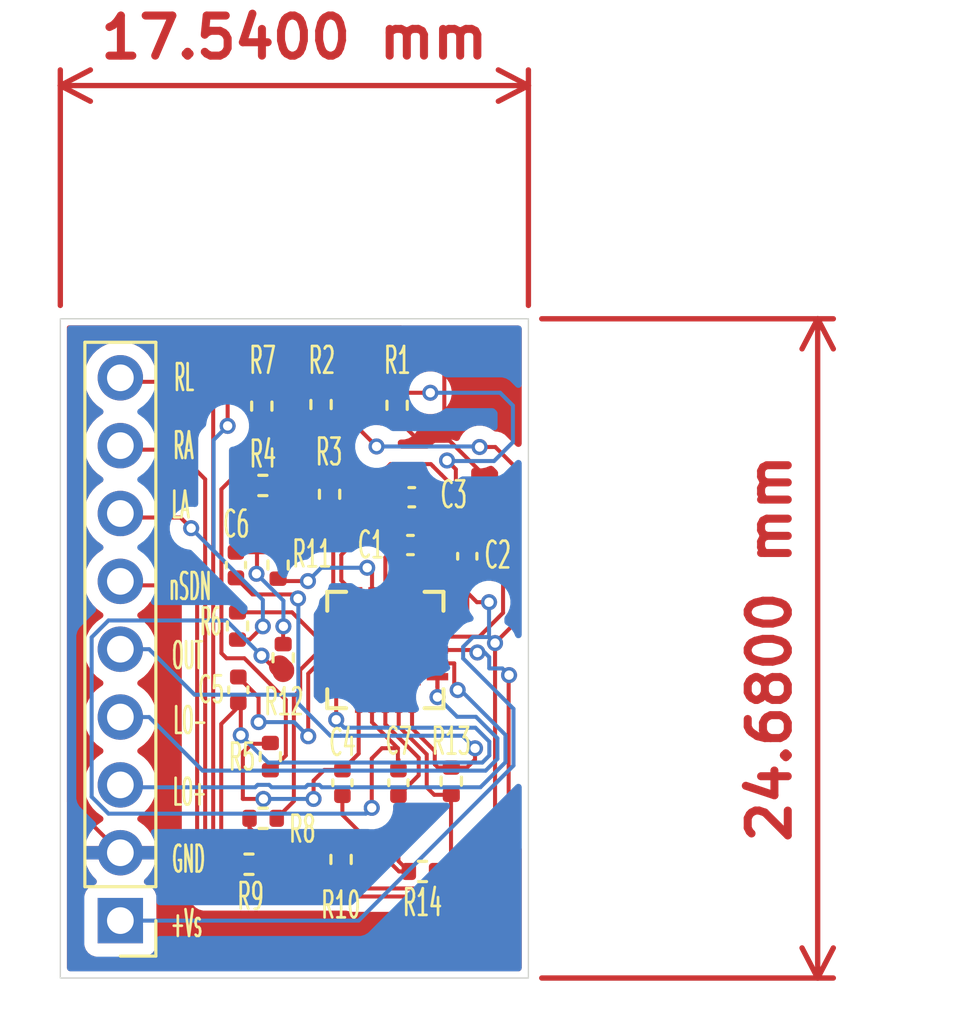
<source format=kicad_pcb>
(kicad_pcb (version 20241229) (generator "pcbnew") (generator_version "9.0")
  (layers (0 "F.Cu" signal) (2 "B.Cu" signal) (13 "F.Paste" user) (15 "B.Paste" user) (5 "F.SilkS" user "F.Silkscreen") (7 "B.SilkS" user "B.Silkscreen") (1 "F.Mask" user) (3 "B.Mask" user) (25 "Edge.Cuts" user))
  (net 0 "")
  (net 1 "GND")
  (net 2 "/REFIN")
  (net 3 "+Vs")
  (net 4 "/HPSENSE")
  (net 5 "/HPDRIVE")
  (net 6 "/REFOUT")
  (net 7 "/SW")
  (net 8 "/RLDFB")
  (net 9 "/RLD")
  (net 10 "Net-(C6-Pad2)")
  (net 11 "/OUT")
  (net 12 "/OPAMP+")
  (net 13 "/LO-")
  (net 14 "/nSDN")
  (net 15 "/+IN")
  (net 16 "/LO+")
  (net 17 "/OPAMP-")
  (net 18 "/IAOUT")
  (net 19 "/-IN")
  (net 20 "/RL")
  (net 21 "/LA")
  (net 22 "/RA")
  (net 23 "Net-(R3-Pad2)")
  (footprint "Capacitor_SMD:C_0402_1005Metric" (layer "F.Cu") (at 133.5 84.2 -90)
    (property "Reference" "C5" (at 0 1.02 180) (layer "F.SilkS") (effects (font (size 1 0.5) (thickness 0.1))))
    (property "Value" "1nF" (hide yes))
    (pad "1" smd roundrect (at -0.48 0 270) (size 0.56 0.62) (layers "F.Cu" "F.Mask" "F.Paste") (net 8 "/RLDFB"))
    (pad "2" smd roundrect (at 0.48 0 270) (size 0.56 0.62) (layers "F.Cu" "F.Mask" "F.Paste") (net 9 "/RLD"))
  )
  (footprint "Resistor_SMD:R_0402_1005Metric" (layer "F.Cu") (at 137.35 90.55 -90)
    (property "Reference" "R10" (at 1.71 0.01 180) (layer "F.SilkS") (effects (font (size 1 0.5) (thickness 0.1))))
    (property "Value" "10M" (hide yes))
    (pad "1" smd roundrect (at -0.51 0 270) (size 0.54 0.64) (layers "F.Cu" "F.Mask" "F.Paste") (net 22 "/RA"))
    (pad "2" smd roundrect (at 0.51 0 270) (size 0.54 0.64) (layers "F.Cu" "F.Mask" "F.Paste") (net 3 "+Vs"))
  )
  (footprint "Resistor_SMD:R_0402_1005Metric" (layer "F.Cu") (at 136.6 73.52 -90)
    (property "Reference" "R2" (at -1.65 -0.03 180) (layer "F.SilkS") (effects (font (size 1 0.5) (thickness 0.1))))
    (property "Value" "10M" (hide yes))
    (pad "1" smd roundrect (at -0.51 0 270) (size 0.54 0.64) (layers "F.Cu" "F.Mask" "F.Paste") (net 2 "/REFIN"))
    (pad "2" smd roundrect (at 0.51 0 270) (size 0.54 0.64) (layers "F.Cu" "F.Mask" "F.Paste") (net 3 "+Vs"))
  )
  (footprint "Capacitor_SMD:C_0402_1005Metric" (layer "F.Cu") (at 137.4 87.68 90)
    (property "Reference" "C4" (at 1.5 0 180) (layer "F.SilkS") (effects (font (size 1 0.5) (thickness 0.1))))
    (property "Value" "0.33uF" (hide yes))
    (pad "1" smd roundrect (at -0.48 0 90) (size 0.56 0.62) (layers "F.Cu" "F.Mask" "F.Paste") (net 6 "/REFOUT"))
    (pad "2" smd roundrect (at 0.48 0 90) (size 0.56 0.62) (layers "F.Cu" "F.Mask" "F.Paste") (net 7 "/SW"))
  )
  (footprint "Resistor_SMD:R_0402_1005Metric" (layer "F.Cu") (at 134.43 89.01 180)
    (property "Reference" "R8" (at -1.47 -0.41 0) (layer "F.SilkS") (effects (font (size 1 0.5) (thickness 0.1))))
    (property "Value" "180K" (hide yes))
    (pad "1" smd roundrect (at -0.51 0 180) (size 0.54 0.64) (layers "F.Cu" "F.Mask" "F.Paste") (net 19 "/-IN"))
    (pad "2" smd roundrect (at 0.51 0 180) (size 0.54 0.64) (layers "F.Cu" "F.Mask" "F.Paste") (net 22 "/RA"))
  )
  (footprint "Resistor_SMD:R_0402_1005Metric" (layer "F.Cu") (at 134.38 73.58 -90)
    (property "Reference" "R7" (at -1.71 -0.03 180) (layer "F.SilkS") (effects (font (size 1 0.5) (thickness 0.1) (bold yes))))
    (property "Value" "10M" (hide yes))
    (pad "1" smd roundrect (at -0.51 0 270) (size 0.54 0.64) (layers "F.Cu" "F.Mask" "F.Paste") (net 21 "/LA"))
    (pad "2" smd roundrect (at 0.51 0 270) (size 0.54 0.64) (layers "F.Cu" "F.Mask" "F.Paste") (net 3 "+Vs"))
  )
  (footprint "Resistor_SMD:R_0402_1005Metric" (layer "F.Cu") (at 134.7 86.7 90)
    (property "Reference" "R5" (at -0.02 -1.06 180) (layer "F.SilkS") (effects (font (size 1 0.5) (thickness 0.1))))
    (property "Value" "1.4M" (hide yes))
    (pad "1" smd roundrect (at -0.51 0 90) (size 0.54 0.64) (layers "F.Cu" "F.Mask" "F.Paste") (net 23 "Net-(R3-Pad2)"))
    (pad "2" smd roundrect (at 0.51 0 90) (size 0.54 0.64) (layers "F.Cu" "F.Mask" "F.Paste") (net 7 "/SW"))
  )
  (footprint "Capacitor_SMD:C_0402_1005Metric" (layer "F.Cu") (at 142.08 79.2 90)
    (property "Reference" "C2" (at 0.04 1.14 180) (layer "F.SilkS") (effects (font (size 1 0.5) (thickness 0.1))))
    (property "Value" "0.1uF" (hide yes))
    (pad "1" smd roundrect (at -0.48 0 90) (size 0.56 0.62) (layers "F.Cu" "F.Mask" "F.Paste") (net 3 "+Vs"))
    (pad "2" smd roundrect (at 0.48 0 90) (size 0.56 0.62) (layers "F.Cu" "F.Mask" "F.Paste") (net 1 "GND"))
  )
  (footprint "Resistor_SMD:R_0402_1005Metric" (layer "F.Cu") (at 136.92 76.88 90)
    (property "Reference" "R3" (at 1.58 -0.02 180) (layer "F.SilkS") (effects (font (size 1 0.5) (thickness 0.1))))
    (property "Value" "10M" (hide yes))
    (pad "1" smd roundrect (at -0.51 0 90) (size 0.54 0.64) (layers "F.Cu" "F.Mask" "F.Paste") (net 4 "/HPSENSE"))
    (pad "2" smd roundrect (at 0.51 0 90) (size 0.54 0.64) (layers "F.Cu" "F.Mask" "F.Paste") (net 23 "Net-(R3-Pad2)"))
  )
  (footprint "Connector_PinHeader_2.54mm:PinHeader_1x09_P2.54mm_Vertical" (layer "F.Cu") (at 129.08 92.84 180)
    (property "Reference" "J1" (hide yes))
    (property "Value" "Conn_01x09" (hide yes))
    (pad "1" thru_hole rect (at 0 0 180) (size 1.7 1.7) (drill 1) (layers "*.Cu" "*.Mask") (net 3 "+Vs"))
    (pad "2" thru_hole oval (at 0 2.54 180) (size 1.7 1.7) (drill 1) (layers "*.Cu" "*.Mask") (net 1 "GND"))
    (pad "3" thru_hole oval (at 0 5.08 180) (size 1.7 1.7) (drill 1) (layers "*.Cu" "*.Mask") (net 16 "/LO+"))
    (pad "4" thru_hole oval (at 0 7.62 180) (size 1.7 1.7) (drill 1) (layers "*.Cu" "*.Mask") (net 13 "/LO-"))
    (pad "5" thru_hole oval (at 0 10.16 180) (size 1.7 1.7) (drill 1) (layers "*.Cu" "*.Mask") (net 11 "/OUT"))
    (pad "6" thru_hole oval (at 0 12.7 180) (size 1.7 1.7) (drill 1) (layers "*.Cu" "*.Mask") (net 14 "/nSDN"))
    (pad "7" thru_hole oval (at 0 15.24 180) (size 1.7 1.7) (drill 1) (layers "*.Cu" "*.Mask") (net 21 "/LA"))
    (pad "8" thru_hole oval (at 0 17.78 180) (size 1.7 1.7) (drill 1) (layers "*.Cu" "*.Mask") (net 22 "/RA"))
    (pad "9" thru_hole oval (at 0 20.32 180) (size 1.7 1.7) (drill 1) (layers "*.Cu" "*.Mask") (net 20 "/RL"))
  )
  (footprint "Capacitor_SMD:C_0402_1005Metric" (layer "F.Cu") (at 133.41 79.53 90)
    (property "Reference" "C6" (at 1.53 0.01 180) (layer "F.SilkS") (effects (font (size 1 0.5) (thickness 0.1))))
    (property "Value" "1.5nF" (hide yes))
    (pad "1" smd roundrect (at -0.48 0 90) (size 0.56 0.62) (layers "F.Cu" "F.Mask" "F.Paste") (net 11 "/OUT"))
    (pad "2" smd roundrect (at 0.48 0 90) (size 0.56 0.62) (layers "F.Cu" "F.Mask" "F.Paste") (net 10 "Net-(C6-Pad2)"))
  )
  (footprint "Capacitor_SMD:C_0402_1005Metric" (layer "F.Cu") (at 139.95 78.78)
    (property "Reference" "C1" (at -1.48 0 180) (layer "F.SilkS") (effects (font (size 1 0.5) (thickness 0.1))))
    (property "Value" "0.1uF" (hide yes))
    (pad "1" smd roundrect (at -0.48 0) (size 0.56 0.62) (layers "F.Cu" "F.Mask" "F.Paste") (net 2 "/REFIN"))
    (pad "2" smd roundrect (at 0.48 0) (size 0.56 0.62) (layers "F.Cu" "F.Mask" "F.Paste") (net 1 "GND"))
  )
  (footprint "Resistor_SMD:R_0402_1005Metric" (layer "F.Cu") (at 133.47 81.81 90)
    (property "Reference" "R6" (at 0.15 -1 180) (layer "F.SilkS") (effects (font (size 1 0.4) (thickness 0.1))))
    (property "Value" "180K" (hide yes))
    (pad "1" smd roundrect (at -0.51 0 90) (size 0.54 0.64) (layers "F.Cu" "F.Mask" "F.Paste") (net 21 "/LA"))
    (pad "2" smd roundrect (at 0.51 0 90) (size 0.54 0.64) (layers "F.Cu" "F.Mask" "F.Paste") (net 15 "/+IN"))
  )
  (footprint "Resistor_SMD:R_0402_1005Metric" (layer "F.Cu") (at 134.42 76.55)
    (property "Reference" "R4" (at 0 -1.17 0) (layer "F.SilkS") (effects (font (size 1 0.5) (thickness 0.1))))
    (property "Value" "10M" (hide yes))
    (pad "1" smd roundrect (at -0.51 0) (size 0.54 0.64) (layers "F.Cu" "F.Mask" "F.Paste") (net 18 "/IAOUT"))
    (pad "2" smd roundrect (at 0.51 0) (size 0.54 0.64) (layers "F.Cu" "F.Mask" "F.Paste") (net 23 "Net-(R3-Pad2)"))
  )
  (footprint "Resistor_SMD:R_0402_1005Metric" (layer "F.Cu") (at 135.18 83 -90)
    (property "Reference" "R12" (at 1.65 -0.03 180) (layer "F.SilkS") (effects (font (size 1 0.5) (thickness 0.1))))
    (property "Value" "1M" (hide yes))
    (pad "1" smd roundrect (at -0.51 0 270) (size 0.54 0.64) (layers "F.Cu" "F.Mask" "F.Paste") (net 10 "Net-(C6-Pad2)"))
    (pad "2" smd roundrect (at 0.51 0 270) (size 0.54 0.64) (layers "F.Cu" "F.Mask" "F.Paste") (net 12 "/OPAMP+"))
  )
  (footprint "Resistor_SMD:R_0402_1005Metric" (layer "F.Cu") (at 139.45 73.55 -90)
    (property "Reference" "R1" (at -1.68 -0.01 180) (layer "F.SilkS") (effects (font (size 1 0.5) (thickness 0.1))))
    (property "Value" "10M" (hide yes))
    (pad "1" smd roundrect (at -0.51 0 270) (size 0.54 0.64) (layers "F.Cu" "F.Mask" "F.Paste") (net 2 "/REFIN"))
    (pad "2" smd roundrect (at 0.51 0 270) (size 0.54 0.64) (layers "F.Cu" "F.Mask" "F.Paste") (net 1 "GND"))
  )
  (footprint "Capacitor_SMD:C_0402_1005Metric" (layer "F.Cu") (at 139.5 87.68 90)
    (property "Reference" "C7" (at 1.55 0.01 180) (layer "F.SilkS") (effects (font (size 1 0.5) (thickness 0.1))))
    (property "Value" "10nF" (hide yes))
    (pad "1" smd roundrect (at -0.48 0 90) (size 0.56 0.62) (layers "F.Cu" "F.Mask" "F.Paste") (net 6 "/REFOUT"))
    (pad "2" smd roundrect (at 0.48 0 90) (size 0.56 0.62) (layers "F.Cu" "F.Mask" "F.Paste") (net 12 "/OPAMP+"))
  )
  (footprint "Resistor_SMD:R_0402_1005Metric" (layer "F.Cu") (at 133.9 90.73)
    (property "Reference" "R9" (at 0.06 1.21 0) (layer "F.SilkS") (effects (font (size 1 0.5) (thickness 0.1))))
    (property "Value" "360K" (hide yes))
    (pad "1" smd roundrect (at -0.51 0) (size 0.54 0.64) (layers "F.Cu" "F.Mask" "F.Paste") (net 20 "/RL"))
    (pad "2" smd roundrect (at 0.51 0) (size 0.54 0.64) (layers "F.Cu" "F.Mask" "F.Paste") (net 9 "/RLD"))
  )
  (footprint "Resistor_SMD:R_0402_1005Metric" (layer "F.Cu") (at 140.4 91)
    (property "Reference" "R14" (at 0 1.17 0) (layer "F.SilkS") (effects (font (size 1 0.5) (thickness 0.1))))
    (property "Value" "100K" (hide yes))
    (pad "1" smd roundrect (at -0.51 0) (size 0.54 0.64) (layers "F.Cu" "F.Mask" "F.Paste") (net 6 "/REFOUT"))
    (pad "2" smd roundrect (at 0.51 0) (size 0.54 0.64) (layers "F.Cu" "F.Mask" "F.Paste") (net 17 "/OPAMP-"))
  )
  (footprint "Resistor_SMD:R_0402_1005Metric" (layer "F.Cu") (at 141.48 87.62 90)
    (property "Reference" "R13" (at 1.49 0 0) (layer "F.SilkS") (effects (font (size 1 0.5) (thickness 0.1))))
    (property "Value" "1M" (hide yes))
    (pad "1" smd roundrect (at -0.51 0 90) (size 0.54 0.64) (layers "F.Cu" "F.Mask" "F.Paste") (net 17 "/OPAMP-"))
    (pad "2" smd roundrect (at 0.51 0 90) (size 0.54 0.64) (layers "F.Cu" "F.Mask" "F.Paste") (net 11 "/OUT"))
  )
  (footprint "Capacitor_SMD:C_0402_1005Metric" (layer "F.Cu") (at 140 76.99)
    (property "Reference" "C3" (at 1.57 -0.09 0) (layer "F.SilkS") (effects (font (size 1 0.5) (thickness 0.1))))
    (property "Value" "0.33uF" (hide yes))
    (pad "1" smd roundrect (at -0.48 0) (size 0.56 0.62) (layers "F.Cu" "F.Mask" "F.Paste") (net 4 "/HPSENSE"))
    (pad "2" smd roundrect (at 0.48 0) (size 0.56 0.62) (layers "F.Cu" "F.Mask" "F.Paste") (net 5 "/HPDRIVE"))
  )
  (footprint "Resistor_SMD:R_0402_1005Metric" (layer "F.Cu") (at 134.99 79.53 90)
    (property "Reference" "R11" (at 0.41 1.27 180) (layer "F.SilkS") (effects (font (size 1 0.5) (thickness 0.1))))
    (property "Value" "1M" (hide yes))
    (pad "1" smd roundrect (at -0.51 0 90) (size 0.54 0.64) (layers "F.Cu" "F.Mask" "F.Paste") (net 18 "/IAOUT"))
    (pad "2" smd roundrect (at 0.51 0 90) (size 0.54 0.64) (layers "F.Cu" "F.Mask" "F.Paste") (net 10 "Net-(C6-Pad2)"))
  )
  (footprint "myLibrary:CP_20_10_ADI" (layer "F.Cu") (at 139.01 82.71 90)
    (property "Reference" "IC1" (hide yes))
    (property "Value" "AD8232ACPZ-R7" (hide yes))
    (pad "1" smd rect (at 1.000001 -1.952399 90) (size 0.2746 0.8048) (layers "F.Cu" "F.Mask" "F.Paste") (net 5 "/HPDRIVE"))
    (pad "2" smd rect (at 0.499999 -1.952399 90) (size 0.2746 0.8048) (layers "F.Cu" "F.Mask" "F.Paste") (net 15 "/+IN"))
    (pad "3" smd rect (at 0 -1.952399 90) (size 0.2746 0.8048) (layers "F.Cu" "F.Mask" "F.Paste") (net 19 "/-IN"))
    (pad "4" smd rect (at -0.499999 -1.952399 90) (size 0.2746 0.8048) (layers "F.Cu" "F.Mask" "F.Paste") (net 8 "/RLDFB"))
    (pad "5" smd rect (at -1.000001 -1.952399 90) (size 0.2746 0.8048) (layers "F.Cu" "F.Mask" "F.Paste") (net 9 "/RLD"))
    (pad "6" smd rect (at -1.952399 -1.000001 180) (size 0.2746 0.8048) (layers "F.Cu" "F.Mask" "F.Paste") (net 7 "/SW"))
    (pad "7" smd rect (at -1.952399 -0.499999 180) (size 0.2746 0.8048) (layers "F.Cu" "F.Mask" "F.Paste") (net 12 "/OPAMP+"))
    (pad "8" smd rect (at -1.952399 0 180) (size 0.2746 0.8048) (layers "F.Cu" "F.Mask" "F.Paste") (net 6 "/REFOUT"))
    (pad "9" smd rect (at -1.952399 0.499999 180) (size 0.2746 0.8048) (layers "F.Cu" "F.Mask" "F.Paste") (net 17 "/OPAMP-"))
    (pad "10" smd rect (at -1.952399 1.000001 180) (size 0.2746 0.8048) (layers "F.Cu" "F.Mask" "F.Paste") (net 11 "/OUT"))
    (pad "11" smd rect (at -1.000001 1.952399 90) (size 0.2746 0.8048) (layers "F.Cu" "F.Mask" "F.Paste") (net 13 "/LO-"))
    (pad "12" smd rect (at -0.499999 1.952399 90) (size 0.2746 0.8048) (layers "F.Cu" "F.Mask" "F.Paste") (net 16 "/LO+"))
    (pad "13" smd rect (at 0 1.952399 90) (size 0.2746 0.8048) (layers "F.Cu" "F.Mask" "F.Paste") (net 14 "/nSDN"))
    (pad "14" smd rect (at 0.499999 1.952399 90) (size 0.2746 0.8048) (layers "F.Cu" "F.Mask" "F.Paste") (net 1 "GND"))
    (pad "15" smd rect (at 1.000001 1.952399 90) (size 0.2746 0.8048) (layers "F.Cu" "F.Mask" "F.Paste") (net 3 "+Vs"))
    (pad "16" smd rect (at 1.952399 1.000001 180) (size 0.2746 0.8048) (layers "F.Cu" "F.Mask" "F.Paste") (net 1 "GND"))
    (pad "17" smd rect (at 1.952399 0.499999 180) (size 0.2746 0.8048) (layers "F.Cu" "F.Mask" "F.Paste") (net 3 "+Vs"))
    (pad "18" smd rect (at 1.952399 0 180) (size 0.2746 0.8048) (layers "F.Cu" "F.Mask" "F.Paste") (net 2 "/REFIN"))
    (pad "19" smd rect (at 1.952399 -0.499999 180) (size 0.2746 0.8048) (layers "F.Cu" "F.Mask" "F.Paste") (net 18 "/IAOUT"))
    (pad "20" smd rect (at 1.952399 -1.000001 180) (size 0.2746 0.8048) (layers "F.Cu" "F.Mask" "F.Paste") (net 4 "/HPSENSE"))
    (pad "21" smd rect (at 0 0 90) (size 2.65 2.65) (layers "F.Cu" "F.Mask" "F.Paste") (net 1 "GND"))
  )
  (gr_rect (start 126.83 70.31) (end 144.37 94.99) (stroke (width 0.05)) (fill no) (layer "Edge.Cuts"))
  (gr_text "LO+" (at 130.99 88.62 0) (layer "F.SilkS") (effects (font (size 1 0.4) (thickness 0.1) (bold yes)) (justify left bottom)))
  (gr_text "+Vs\n" (at 130.92 93.54 0) (layer "F.SilkS") (effects (font (size 1 0.4) (thickness 0.1) (bold yes)) (justify left bottom)))
  (gr_text "RL" (at 131.04 73.1 0) (layer "F.SilkS") (effects (font (size 1 0.4) (thickness 0.1) (bold yes)) (justify left bottom)))
  (gr_text "RA" (at 131.01 75.65 0) (layer "F.SilkS") (effects (font (size 1 0.4) (thickness 0.1) (bold yes)) (justify left bottom)))
  (gr_text "nSDN\n" (at 130.85 80.92 0) (layer "F.SilkS") (effects (font (size 1 0.4) (thickness 0.1) (bold yes)) (justify left bottom)))
  (gr_text "GND" (at 130.96 91.13 0) (layer "F.SilkS") (effects (font (size 1 0.4) (thickness 0.1) (bold yes)) (justify left bottom)))
  (gr_text "OUT" (at 130.96 83.51 0) (layer "F.SilkS") (effects (font (size 1 0.4) (thickness 0.1) (bold yes)) (justify left bottom)))
  (gr_text "LO-" (at 131.01 85.94 0) (layer "F.SilkS") (effects (font (size 1 0.4) (thickness 0.1) (bold yes)) (justify left bottom)))
  (gr_text "LA\n" (at 130.94 77.87 0) (layer "F.SilkS") (effects (font (size 1 0.4) (thickness 0.1) (bold yes)) (justify left bottom)))
  (dimension (type orthogonal) (layer "F.Cu") (pts (xy 144.37 70.31) (xy 144.37 94.99)) (height 10.84) (orientation 1) (format (prefix "") (suffix "") (units 3) (units_format 1) (precision 4)) (style (thickness 0.2) (arrow_length 1.27) (text_position_mode 0) (arrow_direction outward) (extension_height 0.58642) (extension_offset 0.5) (keep_text_aligned yes)) (gr_text "24.6800 mm" (at 153.41 82.65 90) (layer "F.Cu") (effects (font (size 1.5 1.5) (thickness 0.3)))))
  (dimension (type orthogonal) (layer "F.Cu") (pts (xy 144.37 70.31) (xy 126.83 70.31)) (height -8.73) (orientation 0) (format (prefix "") (suffix "") (units 3) (units_format 1) (precision 4)) (style (thickness 0.2) (arrow_length 1.27) (text_position_mode 0) (arrow_direction outward) (extension_height 0.58642) (extension_offset 0.5) (keep_text_aligned yes)) (gr_text "17.5400 mm" (at 135.6 59.78 0) (layer "F.Cu") (effects (font (size 1.5 1.5) (thickness 0.3)))))
  (segment (start 142.66 76.12) (end 142.66 78.14) (width 0.15) (layer "F.Cu") (net 1))
  (segment (start 139.586 70.636) (end 141.22 72.27) (width 0.15) (layer "F.Cu") (net 1))
  (segment (start 142.08 78.72) (end 140.49 78.72) (width 0.15) (layer "F.Cu") (net 1))
  (segment (start 139.45 74.06) (end 139.889 74.4989) (width 0.15) (layer "F.Cu") (net 1))
  (segment (start 141.22 74.875) (end 140.265 74.875) (width 0.15) (layer "F.Cu") (net 1))
  (segment (start 139.51 82.21) (end 140.9624 82.21) (width 0.15) (layer "F.Cu") (net 1))
  (segment (start 143.42 79.41) (end 142.73 78.72) (width 0.15) (layer "F.Cu") (net 1))
  (segment (start 141.22 74.875) (end 141.415 74.875) (width 0.15) (layer "F.Cu") (net 1))
  (segment (start 142.53 82.21) (end 143.42 81.32) (width 0.15) (layer "F.Cu") (net 1))
  (segment (start 140.01 81.71) (end 139.51 82.21) (width 0.15) (layer "F.Cu") (net 1))
  (segment (start 141.415 74.875) (end 142.66 76.12) (width 0.15) (layer "F.Cu") (net 1))
  (segment (start 139.889 74.4989) (end 140.265 74.875) (width 0.15) (layer "F.Cu") (net 1))
  (segment (start 140.9624 82.21) (end 142.53 82.21) (width 0.15) (layer "F.Cu") (net 1))
  (segment (start 143.42 81.32) (end 143.42 79.41) (width 0.15) (layer "F.Cu") (net 1))
  (segment (start 142.66 78.14) (end 142.08 78.72) (width 0.15) (layer "F.Cu") (net 1))
  (segment (start 140.49 78.72) (end 140.43 78.78) (width 0.15) (layer "F.Cu") (net 1))
  (segment (start 140.01 80.7576) (end 140.01 81.71) (width 0.15) (layer "F.Cu") (net 1))
  (segment (start 127.156 88.376) (end 127.156 70.636) (width 0.15) (layer "F.Cu") (net 1))
  (segment (start 142.73 78.72) (end 142.08 78.72) (width 0.15) (layer "F.Cu") (net 1))
  (segment (start 127.156 70.636) (end 139.586 70.636) (width 0.15) (layer "F.Cu") (net 1))
  (segment (start 129.08 90.3) (end 127.156 88.376) (width 0.15) (layer "F.Cu") (net 1))
  (segment (start 139.51 82.21) (end 139.26 82.46) (width 0.15) (layer "F.Cu") (net 1))
  (segment (start 139.26 82.46) (end 139.01 82.71) (width 0.15) (layer "F.Cu") (net 1))
  (segment (start 139.01 82.71) (end 139.26 82.46) (width 0.15) (layer "F.Cu") (net 1))
  (segment (start 139.26 82.46) (end 139.51 82.21) (width 0.15) (layer "F.Cu") (net 1))
  (segment (start 141.22 72.27) (end 141.22 74.875) (width 0.15) (layer "F.Cu") (net 1))
  (segment (start 140.265 74.875) (end 141.22 74.875) (width 0.15) (layer "F.Cu") (net 1))
  (segment (start 139.47 78.78) (end 140.099 78.151) (width 0.15) (layer "F.Cu") (net 2))
  (segment (start 140.099 78.151) (end 141.475 78.151) (width 0.15) (layer "F.Cu") (net 2))
  (segment (start 141.651 77.9747) (end 141.651 75.9445) (width 0.15) (layer "F.Cu") (net 2))
  (segment (start 140.695 73.08) (end 139.49 73.08) (width 0.15) (layer "F.Cu") (net 2))
  (segment (start 141.475 78.151) (end 141.651 77.9747) (width 0.15) (layer "F.Cu") (net 2))
  (segment (start 136.6 73.01) (end 139.42 73.01) (width 0.15) (layer "F.Cu") (net 2))
  (segment (start 139.01 79.24) (end 139.01 80.7576) (width 0.15) (layer "F.Cu") (net 2))
  (segment (start 139.47 78.78) (end 139.01 79.24) (width 0.15) (layer "F.Cu") (net 2))
  (segment (start 139.42 73.01) (end 139.45 73.04) (width 0.15) (layer "F.Cu") (net 2))
  (segment (start 139.49 73.08) (end 139.45 73.04) (width 0.15) (layer "F.Cu") (net 2))
  (segment (start 141.651 75.9445) (end 141.321 75.615) (width 0.15) (layer "F.Cu") (net 2))
  (via (at 141.321 75.615) (size 0.6) (drill 0.35) (layers "F.Cu" "B.Cu") (net 2))
  (via (at 140.695 73.08) (size 0.6) (drill 0.35) (layers "F.Cu" "B.Cu") (net 2))
  (segment (start 143.79 74.93) (end 143.79 73.56) (width 0.15) (layer "B.Cu") (net 2))
  (segment (start 141.321 75.615) (end 141.342 75.636) (width 0.15) (layer "B.Cu") (net 2))
  (segment (start 143.31 73.08) (end 140.695 73.08) (width 0.15) (layer "B.Cu") (net 2))
  (segment (start 143.084 75.636) (end 143.79 74.93) (width 0.15) (layer "B.Cu") (net 2))
  (segment (start 141.342 75.636) (end 143.084 75.636) (width 0.15) (layer "B.Cu") (net 2))
  (segment (start 143.79 73.56) (end 143.31 73.08) (width 0.15) (layer "B.Cu") (net 2))
  (segment (start 137.62 74.03) (end 138.68 75.09) (width 0.15) (layer "F.Cu") (net 3))
  (segment (start 143.13 75.11) (end 143.81 75.79) (width 0.15) (layer "F.Cu") (net 3))
  (segment (start 141.107 91.6371) (end 143.12 89.6243) (width 0.15) (layer "F.Cu") (net 3))
  (segment (start 139.51 79.84) (end 139.51 80.7576) (width 0.15) (layer "F.Cu") (net 3))
  (segment (start 137.35 91.06) (end 137.927 91.6371) (width 0.15) (layer "F.Cu") (net 3))
  (segment (start 142.08 79.68) (end 142.08 80.3) (width 0.15) (layer "F.Cu") (net 3))
  (segment (start 142.08 80.3) (end 142.08 80.56) (width 0.15) (layer "F.Cu") (net 3))
  (segment (start 143.81 81.76) (end 143.12 82.45) (width 0.15) (layer "F.Cu") (net 3))
  (segment (start 142.895 80.92) (end 142.44 80.92) (width 0.15) (layer "F.Cu") (net 3))
  (segment (start 142.08 81.51) (end 141.88 81.71) (width 0.15) (layer "F.Cu") (net 3))
  (segment (start 137.927 91.6371) (end 141.107 91.6371) (width 0.15) (layer "F.Cu") (net 3))
  (segment (start 141.88 81.71) (end 140.9624 81.71) (width 0.15) (layer "F.Cu") (net 3))
  (segment (start 142.08 80.56) (end 142.08 81.51) (width 0.15) (layer "F.Cu") (net 3))
  (segment (start 142.54 75.11) (end 143.13 75.11) (width 0.15) (layer "F.Cu") (net 3))
  (segment (start 142.08 80.3) (end 141.71 80.3) (width 0.15) (layer "F.Cu") (net 3))
  (segment (start 134.44 74.03) (end 134.38 74.09) (width 0.15) (layer "F.Cu") (net 3))
  (segment (start 141.71 80.3) (end 141.19 79.78) (width 0.15) (layer "F.Cu") (net 3))
  (segment (start 139.57 79.78) (end 139.51 79.84) (width 0.15) (layer "F.Cu") (net 3))
  (segment (start 140.9624 81.71) (end 140.962 81.71) (width 0.15) (layer "F.Cu") (net 3))
  (segment (start 142.44 80.92) (end 142.08 80.56) (width 0.15) (layer "F.Cu") (net 3))
  (segment (start 143.12 89.6243) (end 143.12 82.45) (width 0.15) (layer "F.Cu") (net 3))
  (segment (start 141.19 79.78) (end 139.57 79.78) (width 0.15) (layer "F.Cu") (net 3))
  (segment (start 136.6 74.03) (end 134.44 74.03) (width 0.15) (layer "F.Cu") (net 3))
  (segment (start 143.81 75.79) (end 143.81 81.76) (width 0.15) (layer "F.Cu") (net 3))
  (segment (start 136.6 74.03) (end 137.62 74.03) (width 0.15) (layer "F.Cu") (net 3))
  (via (at 143.12 82.45) (size 0.6) (drill 0.35) (layers "F.Cu" "B.Cu") (net 3))
  (via (at 142.895 80.92) (size 0.6) (drill 0.35) (layers "F.Cu" "B.Cu") (net 3))
  (via (at 138.68 75.09) (size 0.6) (drill 0.35) (layers "F.Cu" "B.Cu") (net 3))
  (via (at 142.54 75.11) (size 0.6) (drill 0.35) (layers "F.Cu" "B.Cu") (net 3))
  (segment (start 138.68 75.09) (end 142.52 75.09) (width 0.15) (layer "B.Cu") (net 3))
  (segment (start 143.811 84.9129) (end 141.925 83.0267) (width 0.15) (layer "B.Cu") (net 3))
  (segment (start 143.12 82.45) (end 142.895 82.225) (width 0.15) (layer "B.Cu") (net 3))
  (segment (start 141.925 83.0267) (end 141.925 82.5914) (width 0.15) (layer "B.Cu") (net 3))
  (segment (start 142.52 75.09) (end 142.54 75.11) (width 0.15) (layer "B.Cu") (net 3))
  (segment (start 129.08 92.84) (end 138.007 92.84) (width 0.15) (layer "B.Cu") (net 3))
  (segment (start 142.291 82.225) (end 142.895 82.225) (width 0.15) (layer "B.Cu") (net 3))
  (segment (start 138.007 92.84) (end 143.811 87.036) (width 0.15) (layer "B.Cu") (net 3))
  (segment (start 141.925 82.5914) (end 142.291 82.225) (width 0.15) (layer "B.Cu") (net 3))
  (segment (start 142.895 82.225) (end 142.895 80.92) (width 0.15) (layer "B.Cu") (net 3))
  (segment (start 143.811 87.036) (end 143.811 84.9129) (width 0.15) (layer "B.Cu") (net 3))
  (segment (start 138.945 77.565) (end 138.945 77.675) (width 0.15) (layer "F.Cu") (net 4))
  (segment (start 139.2 75.75) (end 137.48 77.47) (width 0.15) (layer "F.Cu") (net 4))
  (segment (start 139.52 76.99) (end 138.945 77.565) (width 0.15) (layer "F.Cu") (net 4))
  (segment (start 137.359 79.1514) (end 137.359 80.1066) (width 0.15) (layer "F.Cu") (net 4))
  (segment (start 137.359 80.1066) (end 138.01 80.7576) (width 0.15) (layer "F.Cu") (net 4))
  (segment (start 141.1053 76.141) (end 141.103123 76.141) (width 0.15) (layer "F.Cu") (net 4))
  (segment (start 137.48 77.47) (end 136.99 77.47) (width 0.15) (layer "F.Cu") (net 4))
  (segment (start 140.795 75.832877) (end 140.795 75.8307) (width 0.15) (layer "F.Cu") (net 4))
  (segment (start 140.795 75.8307) (end 140.7143 75.75) (width 0.15) (layer "F.Cu") (net 4))
  (segment (start 138.945 77.675) (end 139.12 77.85) (width 0.15) (layer "F.Cu") (net 4))
  (segment (start 140.7143 75.75) (end 139.2 75.75) (width 0.15) (layer "F.Cu") (net 4))
  (segment (start 138.945 77.565) (end 138.619 77.8909) (width 0.15) (layer "F.Cu") (net 4))
  (segment (start 141.35 77.85) (end 141.35 76.3857) (width 0.15) (layer "F.Cu") (net 4))
  (segment (start 141.35 76.3857) (end 141.1053 76.141) (width 0.15) (layer "F.Cu") (net 4))
  (segment (start 138.619 77.8909) (end 137.359 79.1514) (width 0.15) (layer "F.Cu") (net 4))
  (segment (start 139.12 77.85) (end 141.35 77.85) (width 0.15) (layer "F.Cu") (net 4))
  (segment (start 141.103123 76.141) (end 140.795 75.832877) (width 0.15) (layer "F.Cu") (net 4))
  (segment (start 137.057601 78.318075) (end 137.057601 81.709999) (width 0.15) (layer "F.Cu") (net 5))
  (segment (start 140.231 76.051) (end 139.324676 76.051) (width 0.15) (layer "F.Cu") (net 5))
  (segment (start 139.324676 76.051) (end 137.057601 78.318075) (width 0.15) (layer "F.Cu") (net 5))
  (segment (start 140.48 76.3) (end 140.231 76.051) (width 0.15) (layer "F.Cu") (net 5))
  (segment (start 140.48 76.99) (end 140.48 76.3) (width 0.15) (layer "F.Cu") (net 5))
  (segment (start 137.0576 81.71) (end 137.057601 81.709999) (width 0.15) (layer "F.Cu") (net 5))
  (segment (start 139.52 91) (end 139.89 91) (width 0.15) (layer "F.Cu") (net 6))
  (segment (start 139.01 85.4914) (end 139.01 84.6624) (width 0.15) (layer "F.Cu") (net 6))
  (segment (start 137.4 88.16) (end 137.4 88.88) (width 0.15) (layer "F.Cu") (net 6))
  (segment (start 139.5 88.16) (end 139.5 90.61) (width 0.15) (layer "F.Cu") (net 6))
  (segment (start 140.259 86.7404) (end 139.01 85.4914) (width 0.15) (layer "F.Cu") (net 6))
  (segment (start 139.5 90.61) (end 139.89 91) (width 0.15) (layer "F.Cu") (net 6))
  (segment (start 139.5 88.16) (end 140.259 87.401) (width 0.15) (layer "F.Cu") (net 6))
  (segment (start 140.259 87.401) (end 140.259 86.7404) (width 0.15) (layer "F.Cu") (net 6))
  (segment (start 137.4 88.88) (end 139.52 91) (width 0.15) (layer "F.Cu") (net 6))
  (segment (start 136.32 87.6) (end 136.72 87.2) (width 0.15) (layer "F.Cu") (net 7))
  (segment (start 133.67 88.285) (end 133.67 86.54) (width 0.15) (layer "F.Cu") (net 7))
  (segment (start 134.019 86.22) (end 134.67 86.22) (width 0.15) (layer "F.Cu") (net 7))
  (segment (start 134.67 86.22) (end 134.7 86.19) (width 0.15) (layer "F.Cu") (net 7))
  (segment (start 133.811 86.4279) (end 134.019 86.22) (width 0.15) (layer "F.Cu") (net 7))
  (segment (start 136.32 88.285) (end 136.32 87.6) (width 0.15) (layer "F.Cu") (net 7))
  (segment (start 133.782 86.4279) (end 133.811 86.4279) (width 0.15) (layer "F.Cu") (net 7))
  (segment (start 134.44 88.285) (end 133.67 88.285) (width 0.15) (layer "F.Cu") (net 7))
  (segment (start 138.009999 86.590001) (end 138.009999 84.662399) (width 0.15) (layer "F.Cu") (net 7))
  (segment (start 137.4 87.2) (end 138.009999 86.590001) (width 0.15) (layer "F.Cu") (net 7))
  (segment (start 133.67 86.54) (end 133.782 86.4279) (width 0.15) (layer "F.Cu") (net 7))
  (segment (start 136.72 87.2) (end 137.4 87.2) (width 0.15) (layer "F.Cu") (net 7))
  (segment (start 134.67 86.22) (end 134.7 86.22) (width 0.15) (layer "F.Cu") (net 7))
  (via (at 134.44 88.285) (size 0.6) (drill 0.35) (layers "F.Cu" "B.Cu") (net 7))
  (via (at 136.32 88.285) (size 0.6) (drill 0.35) (layers "F.Cu" "B.Cu") (net 7))
  (segment (start 134.44 88.285) (end 136.32 88.285) (width 0.15) (layer "B.Cu") (net 7))
  (segment (start 136.505 83.21) (end 136.12 83.5952) (width 0.15) (layer "F.Cu") (net 8))
  (segment (start 137.058 83.21) (end 137.0576 83.21) (width 0.15) (layer "F.Cu") (net 8))
  (segment (start 134.26 84.48) (end 133.5 83.72) (width 0.15) (layer "F.Cu") (net 8))
  (segment (start 137.0576 83.21) (end 136.505 83.21) (width 0.15) (layer "F.Cu") (net 8))
  (segment (start 136.12 83.5952) (end 136.12 85.94) (width 0.15) (layer "F.Cu") (net 8))
  (segment (start 134.26 85.41) (end 134.26 84.48) (width 0.15) (layer "F.Cu") (net 8))
  (via (at 134.26 85.41) (size 0.6) (drill 0.35) (layers "F.Cu" "B.Cu") (net 8))
  (via (at 136.12 85.94) (size 0.6) (drill 0.35) (layers "F.Cu" "B.Cu") (net 8))
  (segment (start 135.59 85.41) (end 134.26 85.41) (width 0.15) (layer "B.Cu") (net 8))
  (segment (start 136.12 85.94) (end 135.59 85.41) (width 0.15) (layer "B.Cu") (net 8))
  (segment (start 133.593 84.9332) (end 133.5 84.84) (width 0.15) (layer "F.Cu") (net 9))
  (segment (start 137.168 85.32) (end 137.168 83.8208) (width 0.15) (layer "F.Cu") (net 9))
  (segment (start 133.593 85.9019) (end 133.593 84.9332) (width 0.15) (layer "F.Cu") (net 9))
  (segment (start 132.86 89.95) (end 132.86 85.48) (width 0.15) (layer "F.Cu") (net 9))
  (segment (start 137.113 83.7654) (end 137.058 83.71) (width 0.15) (layer "F.Cu") (net 9))
  (segment (start 137.168 83.8208) (end 137.113 83.7654) (width 0.15) (layer "F.Cu") (net 9))
  (segment (start 133.5 84.84) (end 133.5 84.68) (width 0.15) (layer "F.Cu") (net 9))
  (segment (start 134.41 90.73) (end 133.63 89.95) (width 0.15) (layer "F.Cu") (net 9))
  (segment (start 132.86 85.48) (end 133.5 84.84) (width 0.15) (layer "F.Cu") (net 9))
  (segment (start 137.113 83.7654) (end 137.0576 83.71) (width 0.15) (layer "F.Cu") (net 9))
  (segment (start 133.63 89.95) (end 132.86 89.95) (width 0.15) (layer "F.Cu") (net 9))
  (via (at 137.168 85.32) (size 0.6) (drill 0.35) (layers "F.Cu" "B.Cu") (net 9))
  (via (at 133.593 85.9019) (size 0.6) (drill 0.35) (layers "F.Cu" "B.Cu") (net 9))
  (segment (start 137.466 85.6178) (end 142.384 85.6178) (width 0.15) (layer "B.Cu") (net 9))
  (segment (start 142.906 86.661) (end 142.6437 86.9233) (width 0.15) (layer "B.Cu") (net 9))
  (segment (start 137.168 85.32) (end 137.466 85.6178) (width 0.15) (layer "B.Cu") (net 9))
  (segment (start 142.384 85.6178) (end 142.906 86.1396) (width 0.15) (layer "B.Cu") (net 9))
  (segment (start 142.6437 86.9233) (end 134.6144 86.9233) (width 0.15) (layer "B.Cu") (net 9))
  (segment (start 142.906 86.1396) (end 142.906 86.661) (width 0.15) (layer "B.Cu") (net 9))
  (segment (start 134.6144 86.9233) (end 133.593 85.9019) (width 0.15) (layer "B.Cu") (net 9))
  (segment (start 133.41 79.05) (end 133.46 79.05) (width 0.15) (layer "F.Cu") (net 10))
  (segment (start 134.181 79.8561) (end 134.2 79.8375) (width 0.15) (layer "F.Cu") (net 10))
  (segment (start 134.935 79.035) (end 134.975 79.035) (width 0.15) (layer "F.Cu") (net 10))
  (segment (start 134.2 79.05) (end 134.92 79.05) (width 0.15) (layer "F.Cu") (net 10))
  (segment (start 133.46 79.05) (end 133.42 79.01) (width 0.15) (layer "F.Cu") (net 10))
  (segment (start 134.935 79.035) (end 134.95 79.02) (width 0.15) (layer "F.Cu") (net 10))
  (segment (start 133.46 79.05) (end 134.2 79.05) (width 0.15) (layer "F.Cu") (net 10))
  (segment (start 135.18 82.49) (end 135.18 81.835) (width 0.15) (layer "F.Cu") (net 10))
  (segment (start 135.18 81.835) (end 135.19 81.825) (width 0.15) (layer "F.Cu") (net 10))
  (segment (start 134.975 79.035) (end 134.99 79.02) (width 0.15) (layer "F.Cu") (net 10))
  (segment (start 134.2 79.8375) (end 134.2 79.05) (width 0.15) (layer "F.Cu") (net 10))
  (segment (start 134.92 79.05) (end 134.935 79.035) (width 0.15) (layer "F.Cu") (net 10))
  (via (at 134.181 79.8561) (size 0.6) (drill 0.35) (layers "F.Cu" "B.Cu") (net 10))
  (via (at 135.19 81.825) (size 0.6) (drill 0.35) (layers "F.Cu" "B.Cu") (net 10))
  (segment (start 135.19 81.825) (end 135.19 80.8647) (width 0.15) (layer "B.Cu") (net 10))
  (segment (start 135.19 80.8647) (end 134.181 79.8561) (width 0.15) (layer "B.Cu") (net 10))
  (segment (start 140.01 85.64) (end 140.685 86.3147) (width 0.15) (layer "F.Cu") (net 11))
  (segment (start 140.685 86.3147) (end 140.861 86.491) (width 0.15) (layer "F.Cu") (net 11))
  (segment (start 142.37 86.81) (end 142.07 87.11) (width 0.15) (layer "F.Cu") (net 11))
  (segment (start 140.861 86.491) (end 140.861 86.991) (width 0.15) (layer "F.Cu") (net 11))
  (segment (start 134.03 80.63) (end 133.41 80.01) (width 0.15) (layer "F.Cu") (net 11))
  (segment (start 140.01 84.6624) (end 140.01 85.64) (width 0.15) (layer "F.Cu") (net 11))
  (segment (start 135.738 80.7812) (end 135.587 80.63) (width 0.15) (layer "F.Cu") (net 11))
  (segment (start 140.98 87.11) (end 141.48 87.11) (width 0.15) (layer "F.Cu") (net 11))
  (segment (start 142.37 86.39) (end 142.37 86.81) (width 0.15) (layer "F.Cu") (net 11))
  (segment (start 135.587 80.63) (end 134.03 80.63) (width 0.15) (layer "F.Cu") (net 11))
  (segment (start 142.07 87.11) (end 141.48 87.11) (width 0.15) (layer "F.Cu") (net 11))
  (segment (start 140.861 86.991) (end 140.98 87.11) (width 0.15) (layer "F.Cu") (net 11))
  (via (at 142.37 86.39) (size 0.6) (drill 0.35) (layers "F.Cu" "B.Cu") (net 11))
  (via (at 135.738 80.7812) (size 0.6) (drill 0.35) (layers "F.Cu" "B.Cu") (net 11))
  (segment (start 137.466101 85.9188) (end 141.8988 85.9188) (width 0.15) (layer "B.Cu") (net 11))
  (segment (start 135.75 80.7933) (end 135.75 84.3826) (width 0.15) (layer "B.Cu") (net 11))
  (segment (start 137.34138 85.9188) (end 137.341422 85.918842) (width 0.15) (layer "B.Cu") (net 11))
  (segment (start 135.75 84.72) (end 136.95 85.92) (width 0.15) (layer "B.Cu") (net 11))
  (segment (start 131.859 84.3826) (end 135.75 84.3826) (width 0.15) (layer "B.Cu") (net 11))
  (segment (start 130.157 82.68) (end 131.859 84.3826) (width 0.15) (layer "B.Cu") (net 11))
  (segment (start 135.738 80.7812) (end 135.75 80.7933) (width 0.15) (layer "B.Cu") (net 11))
  (segment (start 137.340122 85.92) (end 137.341322 85.9188) (width 0.15) (layer "B.Cu") (net 11))
  (segment (start 141.8988 85.9188) (end 142.37 86.39) (width 0.15) (layer "B.Cu") (net 11))
  (segment (start 137.341422 85.918842) (end 137.466101 85.9188) (width 0.15) (layer "B.Cu") (net 11))
  (segment (start 135.75 84.3826) (end 135.75 84.72) (width 0.15) (layer "B.Cu") (net 11))
  (segment (start 129.08 82.68) (end 130.157 82.68) (width 0.15) (layer "B.Cu") (net 11))
  (segment (start 137.341322 85.9188) (end 137.34138 85.9188) (width 0.15) (layer "B.Cu") (net 11))
  (segment (start 136.95 85.92) (end 137.340122 85.92) (width 0.15) (layer "B.Cu") (net 11))
  (segment (start 139.5 86.8135) (end 139.5 87.2) (width 0.15) (layer "F.Cu") (net 12))
  (segment (start 138.883 86.387) (end 139.48 86.387) (width 0.15) (layer "F.Cu") (net 12))
  (segment (start 135.192997 83.51) (end 135.192998 83.499998) (width 0.15) (layer "F.Cu") (net 12))
  (segment (start 139.48 87.2) (end 139.48 86.7935) (width 0.15) (layer "F.Cu") (net 12))
  (segment (start 135.18 83.51) (end 135.192997 83.497003) (width 0.8) (layer "F.Cu") (net 12))
  (segment (start 135.047142 83.311) (end 134.760393 83.311) (width 0.15) (layer "F.Cu") (net 12))
  (segment (start 139.48 86.387) (end 138.51 85.417) (width 0.15) (layer "F.Cu") (net 12))
  (segment (start 138.5 86.77) (end 138.883 86.387) (width 0.15) (layer "F.Cu") (net 12))
  (segment (start 139.48 86.7935) (end 139.5 86.8135) (width 0.15) (layer "F.Cu") (net 12))
  (segment (start 138.51 85.417) (end 138.51 84.6624) (width 0.15) (layer "F.Cu") (net 12))
  (segment (start 135.193 83.456858) (end 135.047142 83.311) (width 0.8) (layer "F.Cu") (net 12))
  (segment (start 134.760393 83.311) (end 134.369698 82.920305) (width 0.15) (layer "F.Cu") (net 12))
  (segment (start 138.5 88.62) (end 138.5 86.77) (width 0.15) (layer "F.Cu") (net 12))
  (segment (start 139.48 86.7935) (end 139.48 86.387) (width 0.15) (layer "F.Cu") (net 12))
  (segment (start 135.192997 83.497003) (end 135.193 83.456858) (width 0.8) (layer "F.Cu") (net 12))
  (via (at 138.5 88.62) (size 0.6) (drill 0.35) (layers "F.Cu" "B.Cu") (net 12))
  (via (at 134.369698 82.920305) (size 0.6) (drill 0.35) (layers "F.Cu" "B.Cu") (net 12))
  (segment (start 133.053393 81.604) (end 128.634306 81.604) (width 0.15) (layer "B.Cu") (net 12))
  (segment (start 128.004 82.234306) (end 128.004 88.205694) (width 0.15) (layer "B.Cu") (net 12))
  (segment (start 128.004 88.205694) (end 128.634306 88.836) (width 0.15) (layer "B.Cu") (net 12))
  (segment (start 134.369698 82.920305) (end 133.053393 81.604) (width 0.15) (layer "B.Cu") (net 12))
  (segment (start 128.634306 81.604) (end 128.004 82.234306) (width 0.15) (layer "B.Cu") (net 12))
  (segment (start 138.54 88.58) (end 138.5 88.62) (width 0.15) (layer "B.Cu") (net 12))
  (segment (start 138.284 88.836) (end 138.5 88.62) (width 0.15) (layer "B.Cu") (net 12))
  (segment (start 128.634306 88.836) (end 138.284 88.836) (width 0.15) (layer "B.Cu") (net 12))
  (segment (start 140.962 84.091) (end 140.9624 84.0906) (width 0.15) (layer "F.Cu") (net 13))
  (segment (start 140.962 84.091) (end 140.962 84.472) (width 0.15) (layer "F.Cu") (net 13))
  (segment (start 140.9624 84.0906) (end 140.9624 83.71) (width 0.15) (layer "F.Cu") (net 13))
  (segment (start 140.962 83.71) (end 140.962 84.091) (width 0.15) (layer "F.Cu") (net 13))
  (via (at 140.962 84.472) (size 0.6) (drill 0.35) (layers "F.Cu" "B.Cu") (net 13))
  (segment (start 130.157 85.22) (end 132.162 87.225) (width 0.15) (layer "B.Cu") (net 13))
  (segment (start 142.404 85.2102) (end 141.701 85.2102) (width 0.15) (layer "B.Cu") (net 13))
  (segment (start 142.769 87.225) (end 143.208 86.786) (width 0.15) (layer "B.Cu") (net 13))
  (segment (start 132.162 87.225) (end 142.769 87.225) (width 0.15) (layer "B.Cu") (net 13))
  (segment (start 143.208 86.0145) (end 142.404 85.2102) (width 0.15) (layer "B.Cu") (net 13))
  (segment (start 141.701 85.2102) (end 140.962 84.472) (width 0.15) (layer "B.Cu") (net 13))
  (segment (start 129.08 85.22) (end 130.157 85.22) (width 0.15) (layer "B.Cu") (net 13))
  (segment (start 143.208 86.786) (end 143.208 86.0145) (width 0.15) (layer "B.Cu") (net 13))
  (segment (start 142.459 82.8035) (end 142.365 82.71) (width 0.15) (layer "F.Cu") (net 14))
  (segment (start 143.63 89.54) (end 141.232 91.9381) (width 0.15) (layer "F.Cu") (net 14))
  (segment (start 131.957 91.5927) (end 131.957 80.707) (width 0.15) (layer "F.Cu") (net 14))
  (segment (start 142.365 82.71) (end 140.9624 82.71) (width 0.15) (layer "F.Cu") (net 14))
  (segment (start 137.802 91.9381) (end 137.754 91.89) (width 0.15) (layer "F.Cu") (net 14))
  (segment (start 131.54 80.29) (end 129.54 80.29) (width 0.15) (layer "F.Cu") (net 14))
  (segment (start 140.9624 82.71) (end 140.962 82.71) (width 0.15) (layer "F.Cu") (net 14))
  (segment (start 143.63 83.665) (end 143.63 89.54) (width 0.15) (layer "F.Cu") (net 14))
  (segment (start 129.47 80.36) (end 129.43 80.36) (width 0.15) (layer "F.Cu") (net 14))
  (segment (start 143.645 83.65) (end 143.63 83.665) (width 0.15) (layer "F.Cu") (net 14))
  (segment (start 129.54 80.29) (end 129.47 80.36) (width 0.15) (layer "F.Cu") (net 14))
  (segment (start 131.957 80.707) (end 131.54 80.29) (width 0.15) (layer "F.Cu") (net 14))
  (segment (start 141.232 91.9381) (end 137.802 91.9381) (width 0.15) (layer "F.Cu") (net 14))
  (segment (start 129.23 80.29) (end 129.08 80.14) (width 0.15) (layer "F.Cu") (net 14))
  (segment (start 129.54 80.29) (end 129.23 80.29) (width 0.15) (layer "F.Cu") (net 14))
  (segment (start 132.254 91.89) (end 131.957 91.5927) (width 0.15) (layer "F.Cu") (net 14))
  (segment (start 137.754 91.89) (end 132.254 91.89) (width 0.15) (layer "F.Cu") (net 14))
  (via (at 142.459 82.8035) (size 0.6) (drill 0.35) (layers "F.Cu" "B.Cu") (net 14))
  (via (at 143.645 83.65) (size 0.6) (drill 0.35) (layers "F.Cu" "B.Cu") (net 14))
  (segment (start 142.902 83.3921) (end 142.902 82.976) (width 0.15) (layer "B.Cu") (net 14))
  (segment (start 143.645 83.65) (end 143.395 83.4) (width 0.15) (layer "B.Cu") (net 14))
  (segment (start 143.395 83.4) (end 142.91 83.4) (width 0.15) (layer "B.Cu") (net 14))
  (segment (start 142.73 82.8035) (end 142.459 82.8035) (width 0.15) (layer "B.Cu") (net 14))
  (segment (start 142.902 82.976) (end 142.73 82.8035) (width 0.15) (layer "B.Cu") (net 14))
  (segment (start 142.91 83.4) (end 142.902 83.3921) (width 0.15) (layer "B.Cu") (net 14))
  (segment (start 133.47 81.3) (end 135.513 81.3) (width 0.15) (layer "F.Cu") (net 15))
  (segment (start 135.513 81.3) (end 136.423 82.21) (width 0.15) (layer "F.Cu") (net 15))
  (segment (start 136.75 82.21) (end 137.0576 82.21) (width 0.15) (layer "F.Cu") (net 15))
  (segment (start 136.75 82.21) (end 137.0576 82.21) (width 0.15) (layer "F.Cu") (net 15))
  (segment (start 136.423 82.21) (end 136.75 82.21) (width 0.15) (layer "F.Cu") (net 15))
  (segment (start 140.962 83.21) (end 140.9624 83.21) (width 0.15) (layer "F.Cu") (net 16))
  (segment (start 141.592 83.21) (end 141.592 84.0802) (width 0.15) (layer "F.Cu") (net 16))
  (segment (start 140.9624 83.21) (end 141.592 83.21) (width 0.15) (layer "F.Cu") (net 16))
  (segment (start 141.592 84.0802) (end 141.72 84.2082) (width 0.15) (layer "F.Cu") (net 16))
  (via (at 141.72 84.2082) (size 0.6) (drill 0.35) (layers "F.Cu" "B.Cu") (net 16))
  (segment (start 142.57 87.85) (end 143.51 86.911) (width 0.15) (layer "B.Cu") (net 16))
  (segment (start 134.222 87.759) (end 134.658 87.759) (width 0.15) (layer "B.Cu") (net 16))
  (segment (start 129.08 87.76) (end 129.17 87.85) (width 0.15) (layer "B.Cu") (net 16))
  (segment (start 136.538 87.759) (end 136.629 87.85) (width 0.15) (layer "B.Cu") (net 16))
  (segment (start 129.17 87.85) (end 134.131 87.85) (width 0.15) (layer "B.Cu") (net 16))
  (segment (start 136.102 87.759) (end 136.538 87.759) (width 0.15) (layer "B.Cu") (net 16))
  (segment (start 141.828 84.2082) (end 141.72 84.2082) (width 0.15) (layer "B.Cu") (net 16))
  (segment (start 136.629 87.85) (end 142.57 87.85) (width 0.15) (layer "B.Cu") (net 16))
  (segment (start 134.658 87.759) (end 134.749 87.85) (width 0.15) (layer "B.Cu") (net 16))
  (segment (start 134.749 87.85) (end 136.011 87.85) (width 0.15) (layer "B.Cu") (net 16))
  (segment (start 134.131 87.85) (end 134.222 87.759) (width 0.15) (layer "B.Cu") (net 16))
  (segment (start 143.51 85.8895) (end 141.828 84.2082) (width 0.15) (layer "B.Cu") (net 16))
  (segment (start 143.51 86.911) (end 143.51 85.8895) (width 0.15) (layer "B.Cu") (net 16))
  (segment (start 136.011 87.85) (end 136.102 87.759) (width 0.15) (layer "B.Cu") (net 16))
  (segment (start 141.47 90.8) (end 141.27 91) (width 0.15) (layer "F.Cu") (net 17))
  (segment (start 141.27 91) (end 140.91 91) (width 0.15) (layer "F.Cu") (net 17))
  (segment (start 141.48 88.13) (end 141.47 88.14) (width 0.15) (layer "F.Cu") (net 17))
  (segment (start 139.51 85.5657) (end 139.51 84.6624) (width 0.15) (layer "F.Cu") (net 17))
  (segment (start 141.48 88.13) (end 140.84 88.13) (width 0.15) (layer "F.Cu") (net 17))
  (segment (start 140.84 88.13) (end 140.56 87.85) (width 0.15) (layer "F.Cu") (net 17))
  (segment (start 141.47 88.14) (end 141.47 90.8) (width 0.15) (layer "F.Cu") (net 17))
  (segment (start 140.56 87.85) (end 140.56 86.6157) (width 0.15) (layer "F.Cu") (net 17))
  (segment (start 140.56 86.6157) (end 139.51 85.5657) (width 0.15) (layer "F.Cu") (net 17))
  (segment (start 138.51 80.7576) (end 138.51 79.81) (width 0.15) (layer "F.Cu") (net 18))
  (segment (start 135.04 80.13) (end 136.11 80.13) (width 0.15) (layer "F.Cu") (net 18))
  (segment (start 135.541 78.1812) (end 135.541 79.4488) (width 0.15) (layer "F.Cu") (net 18))
  (segment (start 135.541 79.4488) (end 134.95 80.04) (width 0.15) (layer "F.Cu") (net 18))
  (segment (start 133.91 76.55) (end 135.541 78.1812) (width 0.15) (layer "F.Cu") (net 18))
  (segment (start 134.99 80.08) (end 134.99 80.04) (width 0.15) (layer "F.Cu") (net 18))
  (segment (start 134.99 80.08) (end 135.04 80.13) (width 0.15) (layer "F.Cu") (net 18))
  (segment (start 134.95 80.04) (end 134.99 80.08) (width 0.15) (layer "F.Cu") (net 18))
  (segment (start 138.51 79.81) (end 138.33 79.63) (width 0.15) (layer "F.Cu") (net 18))
  (via (at 138.33 79.63) (size 0.6) (drill 0.35) (layers "F.Cu" "B.Cu") (net 18))
  (via (at 136.11 80.13) (size 0.6) (drill 0.35) (layers "F.Cu" "B.Cu") (net 18))
  (segment (start 136.61 79.63) (end 136.11 80.13) (width 0.15) (layer "B.Cu") (net 18))
  (segment (start 138.33 79.63) (end 136.61 79.63) (width 0.15) (layer "B.Cu") (net 18))
  (segment (start 135.819 83.4569) (end 136.566 82.71) (width 0.15) (layer "F.Cu") (net 19))
  (segment (start 135.819 84.2107) (end 135.819 83.4569) (width 0.15) (layer "F.Cu") (net 19))
  (segment (start 135.581 84.4487) (end 135.819 84.2107) (width 0.15) (layer "F.Cu") (net 19))
  (segment (start 136.566 82.71) (end 137.0576 82.71) (width 0.15) (layer "F.Cu") (net 19))
  (segment (start 135.581 88.369) (end 135.581 84.4487) (width 0.15) (layer "F.Cu") (net 19))
  (segment (start 134.94 89.01) (end 135.581 88.369) (width 0.15) (layer "F.Cu") (net 19))
  (segment (start 137.0576 82.71) (end 137.058 82.71) (width 0.15) (layer "F.Cu") (net 19))
  (segment (start 132.62 90.73) (end 132.559 90.669) (width 0.15) (layer "F.Cu") (net 20))
  (segment (start 129.23 72.67) (end 129.08 72.52) (width 0.15) (layer "F.Cu") (net 20))
  (segment (start 132.559 73.559) (end 131.67 72.67) (width 0.15) (layer "F.Cu") (net 20))
  (segment (start 132.559 90.669) (end 132.559 73.559) (width 0.15) (layer "F.Cu") (net 20))
  (segment (start 133.39 90.73) (end 132.62 90.73) (width 0.15) (layer "F.Cu") (net 20))
  (segment (start 131.67 72.67) (end 129.23 72.67) (width 0.15) (layer "F.Cu") (net 20))
  (segment (start 129.08 77.71) (end 129.12 77.75) (width 0.15) (layer "F.Cu") (net 21))
  (segment (start 129.12 77.75) (end 131.333 77.75) (width 0.15) (layer "F.Cu") (net 21))
  (segment (start 133.1 73.43) (end 133.46 73.07) (width 0.15) (layer "F.Cu") (net 21))
  (segment (start 129.08 77.6) (end 129.08 77.71) (width 0.15) (layer "F.Cu") (net 21))
  (segment (start 129.08 77.71) (end 129.06 77.73) (width 0.15) (layer "F.Cu") (net 21))
  (segment (start 134.42 81.825) (end 133.925 82.32) (width 0.15) (layer "F.Cu") (net 21))
  (segment (start 133.925 82.32) (end 133.47 82.32) (width 0.15) (layer "F.Cu") (net 21))
  (segment (start 133.46 73.07) (end 134.38 73.07) (width 0.15) (layer "F.Cu") (net 21))
  (segment (start 133.1 74.32) (end 133.1 73.43) (width 0.15) (layer "F.Cu") (net 21))
  (segment (start 131.333 77.75) (end 131.733 78.15) (width 0.15) (layer "F.Cu") (net 21))
  (via (at 134.42 81.825) (size 0.6) (drill 0.35) (layers "F.Cu" "B.Cu") (net 21))
  (via (at 131.733 78.15) (size 0.6) (drill 0.35) (layers "F.Cu" "B.Cu") (net 21))
  (via (at 133.1 74.32) (size 0.6) (drill 0.35) (layers "F.Cu" "B.Cu") (net 21))
  (segment (start 131.733 78.15) (end 132.806 79.2235) (width 0.15) (layer "B.Cu") (net 21))
  (segment (start 134.42 80.837) (end 134.42 81.825) (width 0.15) (layer "B.Cu") (net 21))
  (segment (start 132.806 79.2235) (end 132.574 78.9905) (width 0.15) (layer "B.Cu") (net 21))
  (segment (start 132.806 79.2235) (end 134.42 80.837) (width 0.15) (layer "B.Cu") (net 21))
  (segment (start 132.574 74.8465) (end 133.1 74.32) (width 0.15) (layer "B.Cu") (net 21))
  (segment (start 132.574 78.9905) (end 132.574 74.8465) (width 0.15) (layer "B.Cu") (net 21))
  (segment (start 137.35 90.04) (end 136.66 90.04) (width 0.15) (layer "F.Cu") (net 22))
  (segment (start 132.258 76.318) (end 131.15 75.21) (width 0.15) (layer "F.Cu") (net 22))
  (segment (start 136.66 90.04) (end 135.92 90.78) (width 0.15) (layer "F.Cu") (net 22))
  (segment (start 132.37 91.58) (end 132.258 91.468) (width 0.15) (layer "F.Cu") (net 22))
  (segment (start 133.92 89.37) (end 135.33 90.78) (width 0.15) (layer "F.Cu") (net 22))
  (segment (start 133.92 89.01) (end 133.92 89.37) (width 0.15) (layer "F.Cu") (net 22))
  (segment (start 135.33 90.78) (end 135.92 90.78) (width 0.15) (layer "F.Cu") (net 22))
  (segment (start 135.92 90.78) (end 135.92 91.58) (width 0.15) (layer "F.Cu") (net 22))
  (segment (start 131.15 75.21) (end 129.23 75.21) (width 0.15) (layer "F.Cu") (net 22))
  (segment (start 129.23 75.21) (end 129.08 75.06) (width 0.15) (layer "F.Cu") (net 22))
  (segment (start 132.258 91.468) (end 132.258 76.318) (width 0.15) (layer "F.Cu") (net 22))
  (segment (start 135.92 91.58) (end 132.37 91.58) (width 0.15) (layer "F.Cu") (net 22))
  (segment (start 134.96 86.95) (end 134.7 87.21) (width 0.15) (layer "F.Cu") (net 23))
  (segment (start 134.99 86.95) (end 134.96 86.95) (width 0.15) (layer "F.Cu") (net 23))
  (segment (start 135.28 86.66) (end 134.99 86.95) (width 0.15) (layer "F.Cu") (net 23))
  (segment (start 134.93 76.55) (end 134.372 75.9924) (width 0.15) (layer "F.Cu") (net 23))
  (segment (start 135.28 84.5734) (end 135.28 86.66) (width 0.15) (layer "F.Cu") (net 23))
  (segment (start 133.727 83.02) (end 135.28 84.5734) (width 0.15) (layer "F.Cu") (net 23))
  (segment (start 133.564 75.9924) (end 132.867 76.6899) (width 0.15) (layer "F.Cu") (net 23))
  (segment (start 132.867 82.8268) (end 133.06 83.02) (width 0.15) (layer "F.Cu") (net 23))
  (segment (start 133.06 83.02) (end 133.727 83.02) (width 0.15) (layer "F.Cu") (net 23))
  (segment (start 134.99 86.95) (end 134.7 87.24) (width 0.15) (layer "F.Cu") (net 23))
  (segment (start 136.89 76.55) (end 136.99 76.45) (width 0.15) (layer "F.Cu") (net 23))
  (segment (start 134.372 75.9924) (end 133.564 75.9924) (width 0.15) (layer "F.Cu") (net 23))
  (segment (start 132.867 76.6899) (end 132.867 82.8268) (width 0.15) (layer "F.Cu") (net 23))
  (segment (start 135.16 76.78) (end 134.93 76.55) (width 0.15) (layer "F.Cu") (net 23))
  (segment (start 134.93 76.55) (end 136.89 76.55) (width 0.15) (layer "F.Cu") (net 23))
  (zone (net 1) (net_name "GND") (layers "F.Cu" "B.Cu") (connect_pads (clearance 0.5)) (min_thickness 0.25) (fill yes (thermal_gap 0.5) (thermal_bridge_width 0.5))
    (polygon (pts (xy 124.69 68.35) (xy 146.57 68.33) (xy 146.65 96.71) (xy 124.57 96.58)))
  )
)
</source>
